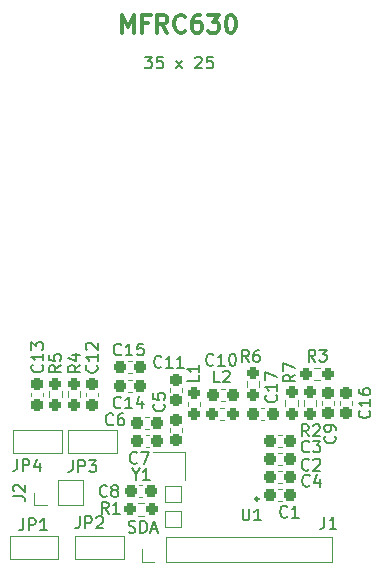
<source format=gto>
G04 #@! TF.GenerationSoftware,KiCad,Pcbnew,7.0.9*
G04 #@! TF.CreationDate,2024-04-03T14:29:21+02:00*
G04 #@! TF.ProjectId,NFC_Programmer,4e46435f-5072-46f6-9772-616d6d65722e,3.0*
G04 #@! TF.SameCoordinates,Original*
G04 #@! TF.FileFunction,Legend,Top*
G04 #@! TF.FilePolarity,Positive*
%FSLAX46Y46*%
G04 Gerber Fmt 4.6, Leading zero omitted, Abs format (unit mm)*
G04 Created by KiCad (PCBNEW 7.0.9) date 2024-04-03 14:29:21*
%MOMM*%
%LPD*%
G01*
G04 APERTURE LIST*
G04 Aperture macros list*
%AMRoundRect*
0 Rectangle with rounded corners*
0 $1 Rounding radius*
0 $2 $3 $4 $5 $6 $7 $8 $9 X,Y pos of 4 corners*
0 Add a 4 corners polygon primitive as box body*
4,1,4,$2,$3,$4,$5,$6,$7,$8,$9,$2,$3,0*
0 Add four circle primitives for the rounded corners*
1,1,$1+$1,$2,$3*
1,1,$1+$1,$4,$5*
1,1,$1+$1,$6,$7*
1,1,$1+$1,$8,$9*
0 Add four rect primitives between the rounded corners*
20,1,$1+$1,$2,$3,$4,$5,0*
20,1,$1+$1,$4,$5,$6,$7,0*
20,1,$1+$1,$6,$7,$8,$9,0*
20,1,$1+$1,$8,$9,$2,$3,0*%
G04 Aperture macros list end*
%ADD10C,0.153000*%
%ADD11C,0.300000*%
%ADD12C,0.120000*%
%ADD13C,0.250000*%
%ADD14RoundRect,0.237500X-0.237500X0.250000X-0.237500X-0.250000X0.237500X-0.250000X0.237500X0.250000X0*%
%ADD15RoundRect,0.237500X0.300000X0.237500X-0.300000X0.237500X-0.300000X-0.237500X0.300000X-0.237500X0*%
%ADD16RoundRect,0.237500X0.237500X-0.250000X0.237500X0.250000X-0.237500X0.250000X-0.237500X-0.250000X0*%
%ADD17R,1.000000X1.500000*%
%ADD18C,3.000000*%
%ADD19R,1.350000X1.350000*%
%ADD20O,1.350000X1.350000*%
%ADD21R,1.000000X1.000000*%
%ADD22RoundRect,0.237500X0.237500X-0.287500X0.237500X0.287500X-0.237500X0.287500X-0.237500X-0.287500X0*%
%ADD23R,0.900000X0.800000*%
%ADD24RoundRect,0.237500X0.237500X-0.300000X0.237500X0.300000X-0.237500X0.300000X-0.237500X-0.300000X0*%
%ADD25RoundRect,0.237500X-0.237500X0.300000X-0.237500X-0.300000X0.237500X-0.300000X0.237500X0.300000X0*%
%ADD26R,0.850000X0.300000*%
%ADD27R,0.300000X0.850000*%
%ADD28R,3.250000X3.250000*%
%ADD29RoundRect,0.237500X-0.300000X-0.237500X0.300000X-0.237500X0.300000X0.237500X-0.300000X0.237500X0*%
%ADD30RoundRect,0.237500X-0.250000X-0.237500X0.250000X-0.237500X0.250000X0.237500X-0.250000X0.237500X0*%
%ADD31RoundRect,0.237500X-0.287500X-0.237500X0.287500X-0.237500X0.287500X0.237500X-0.287500X0.237500X0*%
%ADD32RoundRect,0.237500X0.250000X0.237500X-0.250000X0.237500X-0.250000X-0.237500X0.250000X-0.237500X0*%
G04 APERTURE END LIST*
D10*
X136843514Y-66119663D02*
X137462561Y-66119663D01*
X137462561Y-66119663D02*
X137129228Y-66500615D01*
X137129228Y-66500615D02*
X137272085Y-66500615D01*
X137272085Y-66500615D02*
X137367323Y-66548234D01*
X137367323Y-66548234D02*
X137414942Y-66595853D01*
X137414942Y-66595853D02*
X137462561Y-66691091D01*
X137462561Y-66691091D02*
X137462561Y-66929186D01*
X137462561Y-66929186D02*
X137414942Y-67024424D01*
X137414942Y-67024424D02*
X137367323Y-67072044D01*
X137367323Y-67072044D02*
X137272085Y-67119663D01*
X137272085Y-67119663D02*
X136986371Y-67119663D01*
X136986371Y-67119663D02*
X136891133Y-67072044D01*
X136891133Y-67072044D02*
X136843514Y-67024424D01*
X138367323Y-66119663D02*
X137891133Y-66119663D01*
X137891133Y-66119663D02*
X137843514Y-66595853D01*
X137843514Y-66595853D02*
X137891133Y-66548234D01*
X137891133Y-66548234D02*
X137986371Y-66500615D01*
X137986371Y-66500615D02*
X138224466Y-66500615D01*
X138224466Y-66500615D02*
X138319704Y-66548234D01*
X138319704Y-66548234D02*
X138367323Y-66595853D01*
X138367323Y-66595853D02*
X138414942Y-66691091D01*
X138414942Y-66691091D02*
X138414942Y-66929186D01*
X138414942Y-66929186D02*
X138367323Y-67024424D01*
X138367323Y-67024424D02*
X138319704Y-67072044D01*
X138319704Y-67072044D02*
X138224466Y-67119663D01*
X138224466Y-67119663D02*
X137986371Y-67119663D01*
X137986371Y-67119663D02*
X137891133Y-67072044D01*
X137891133Y-67072044D02*
X137843514Y-67024424D01*
X139510181Y-67119663D02*
X140033990Y-66452996D01*
X139510181Y-66452996D02*
X140033990Y-67119663D01*
X141129229Y-66214901D02*
X141176848Y-66167282D01*
X141176848Y-66167282D02*
X141272086Y-66119663D01*
X141272086Y-66119663D02*
X141510181Y-66119663D01*
X141510181Y-66119663D02*
X141605419Y-66167282D01*
X141605419Y-66167282D02*
X141653038Y-66214901D01*
X141653038Y-66214901D02*
X141700657Y-66310139D01*
X141700657Y-66310139D02*
X141700657Y-66405377D01*
X141700657Y-66405377D02*
X141653038Y-66548234D01*
X141653038Y-66548234D02*
X141081610Y-67119663D01*
X141081610Y-67119663D02*
X141700657Y-67119663D01*
X142605419Y-66119663D02*
X142129229Y-66119663D01*
X142129229Y-66119663D02*
X142081610Y-66595853D01*
X142081610Y-66595853D02*
X142129229Y-66548234D01*
X142129229Y-66548234D02*
X142224467Y-66500615D01*
X142224467Y-66500615D02*
X142462562Y-66500615D01*
X142462562Y-66500615D02*
X142557800Y-66548234D01*
X142557800Y-66548234D02*
X142605419Y-66595853D01*
X142605419Y-66595853D02*
X142653038Y-66691091D01*
X142653038Y-66691091D02*
X142653038Y-66929186D01*
X142653038Y-66929186D02*
X142605419Y-67024424D01*
X142605419Y-67024424D02*
X142557800Y-67072044D01*
X142557800Y-67072044D02*
X142462562Y-67119663D01*
X142462562Y-67119663D02*
X142224467Y-67119663D01*
X142224467Y-67119663D02*
X142129229Y-67072044D01*
X142129229Y-67072044D02*
X142081610Y-67024424D01*
D11*
X134914510Y-64080828D02*
X134914510Y-62580828D01*
X134914510Y-62580828D02*
X135414510Y-63652257D01*
X135414510Y-63652257D02*
X135914510Y-62580828D01*
X135914510Y-62580828D02*
X135914510Y-64080828D01*
X137128796Y-63295114D02*
X136628796Y-63295114D01*
X136628796Y-64080828D02*
X136628796Y-62580828D01*
X136628796Y-62580828D02*
X137343082Y-62580828D01*
X138771653Y-64080828D02*
X138271653Y-63366542D01*
X137914510Y-64080828D02*
X137914510Y-62580828D01*
X137914510Y-62580828D02*
X138485939Y-62580828D01*
X138485939Y-62580828D02*
X138628796Y-62652257D01*
X138628796Y-62652257D02*
X138700225Y-62723685D01*
X138700225Y-62723685D02*
X138771653Y-62866542D01*
X138771653Y-62866542D02*
X138771653Y-63080828D01*
X138771653Y-63080828D02*
X138700225Y-63223685D01*
X138700225Y-63223685D02*
X138628796Y-63295114D01*
X138628796Y-63295114D02*
X138485939Y-63366542D01*
X138485939Y-63366542D02*
X137914510Y-63366542D01*
X140271653Y-63937971D02*
X140200225Y-64009400D01*
X140200225Y-64009400D02*
X139985939Y-64080828D01*
X139985939Y-64080828D02*
X139843082Y-64080828D01*
X139843082Y-64080828D02*
X139628796Y-64009400D01*
X139628796Y-64009400D02*
X139485939Y-63866542D01*
X139485939Y-63866542D02*
X139414510Y-63723685D01*
X139414510Y-63723685D02*
X139343082Y-63437971D01*
X139343082Y-63437971D02*
X139343082Y-63223685D01*
X139343082Y-63223685D02*
X139414510Y-62937971D01*
X139414510Y-62937971D02*
X139485939Y-62795114D01*
X139485939Y-62795114D02*
X139628796Y-62652257D01*
X139628796Y-62652257D02*
X139843082Y-62580828D01*
X139843082Y-62580828D02*
X139985939Y-62580828D01*
X139985939Y-62580828D02*
X140200225Y-62652257D01*
X140200225Y-62652257D02*
X140271653Y-62723685D01*
X141557368Y-62580828D02*
X141271653Y-62580828D01*
X141271653Y-62580828D02*
X141128796Y-62652257D01*
X141128796Y-62652257D02*
X141057368Y-62723685D01*
X141057368Y-62723685D02*
X140914510Y-62937971D01*
X140914510Y-62937971D02*
X140843082Y-63223685D01*
X140843082Y-63223685D02*
X140843082Y-63795114D01*
X140843082Y-63795114D02*
X140914510Y-63937971D01*
X140914510Y-63937971D02*
X140985939Y-64009400D01*
X140985939Y-64009400D02*
X141128796Y-64080828D01*
X141128796Y-64080828D02*
X141414510Y-64080828D01*
X141414510Y-64080828D02*
X141557368Y-64009400D01*
X141557368Y-64009400D02*
X141628796Y-63937971D01*
X141628796Y-63937971D02*
X141700225Y-63795114D01*
X141700225Y-63795114D02*
X141700225Y-63437971D01*
X141700225Y-63437971D02*
X141628796Y-63295114D01*
X141628796Y-63295114D02*
X141557368Y-63223685D01*
X141557368Y-63223685D02*
X141414510Y-63152257D01*
X141414510Y-63152257D02*
X141128796Y-63152257D01*
X141128796Y-63152257D02*
X140985939Y-63223685D01*
X140985939Y-63223685D02*
X140914510Y-63295114D01*
X140914510Y-63295114D02*
X140843082Y-63437971D01*
X142200224Y-62580828D02*
X143128796Y-62580828D01*
X143128796Y-62580828D02*
X142628796Y-63152257D01*
X142628796Y-63152257D02*
X142843081Y-63152257D01*
X142843081Y-63152257D02*
X142985939Y-63223685D01*
X142985939Y-63223685D02*
X143057367Y-63295114D01*
X143057367Y-63295114D02*
X143128796Y-63437971D01*
X143128796Y-63437971D02*
X143128796Y-63795114D01*
X143128796Y-63795114D02*
X143057367Y-63937971D01*
X143057367Y-63937971D02*
X142985939Y-64009400D01*
X142985939Y-64009400D02*
X142843081Y-64080828D01*
X142843081Y-64080828D02*
X142414510Y-64080828D01*
X142414510Y-64080828D02*
X142271653Y-64009400D01*
X142271653Y-64009400D02*
X142200224Y-63937971D01*
X144057367Y-62580828D02*
X144200224Y-62580828D01*
X144200224Y-62580828D02*
X144343081Y-62652257D01*
X144343081Y-62652257D02*
X144414510Y-62723685D01*
X144414510Y-62723685D02*
X144485938Y-62866542D01*
X144485938Y-62866542D02*
X144557367Y-63152257D01*
X144557367Y-63152257D02*
X144557367Y-63509400D01*
X144557367Y-63509400D02*
X144485938Y-63795114D01*
X144485938Y-63795114D02*
X144414510Y-63937971D01*
X144414510Y-63937971D02*
X144343081Y-64009400D01*
X144343081Y-64009400D02*
X144200224Y-64080828D01*
X144200224Y-64080828D02*
X144057367Y-64080828D01*
X144057367Y-64080828D02*
X143914510Y-64009400D01*
X143914510Y-64009400D02*
X143843081Y-63937971D01*
X143843081Y-63937971D02*
X143771652Y-63795114D01*
X143771652Y-63795114D02*
X143700224Y-63509400D01*
X143700224Y-63509400D02*
X143700224Y-63152257D01*
X143700224Y-63152257D02*
X143771652Y-62866542D01*
X143771652Y-62866542D02*
X143843081Y-62723685D01*
X143843081Y-62723685D02*
X143914510Y-62652257D01*
X143914510Y-62652257D02*
X144057367Y-62580828D01*
D10*
X150728333Y-98264663D02*
X150395000Y-97788472D01*
X150156905Y-98264663D02*
X150156905Y-97264663D01*
X150156905Y-97264663D02*
X150537857Y-97264663D01*
X150537857Y-97264663D02*
X150633095Y-97312282D01*
X150633095Y-97312282D02*
X150680714Y-97359901D01*
X150680714Y-97359901D02*
X150728333Y-97455139D01*
X150728333Y-97455139D02*
X150728333Y-97597996D01*
X150728333Y-97597996D02*
X150680714Y-97693234D01*
X150680714Y-97693234D02*
X150633095Y-97740853D01*
X150633095Y-97740853D02*
X150537857Y-97788472D01*
X150537857Y-97788472D02*
X150156905Y-97788472D01*
X151109286Y-97359901D02*
X151156905Y-97312282D01*
X151156905Y-97312282D02*
X151252143Y-97264663D01*
X151252143Y-97264663D02*
X151490238Y-97264663D01*
X151490238Y-97264663D02*
X151585476Y-97312282D01*
X151585476Y-97312282D02*
X151633095Y-97359901D01*
X151633095Y-97359901D02*
X151680714Y-97455139D01*
X151680714Y-97455139D02*
X151680714Y-97550377D01*
X151680714Y-97550377D02*
X151633095Y-97693234D01*
X151633095Y-97693234D02*
X151061667Y-98264663D01*
X151061667Y-98264663D02*
X151680714Y-98264663D01*
X147963674Y-94782857D02*
X148011294Y-94830476D01*
X148011294Y-94830476D02*
X148058913Y-94973333D01*
X148058913Y-94973333D02*
X148058913Y-95068571D01*
X148058913Y-95068571D02*
X148011294Y-95211428D01*
X148011294Y-95211428D02*
X147916055Y-95306666D01*
X147916055Y-95306666D02*
X147820817Y-95354285D01*
X147820817Y-95354285D02*
X147630341Y-95401904D01*
X147630341Y-95401904D02*
X147487484Y-95401904D01*
X147487484Y-95401904D02*
X147297008Y-95354285D01*
X147297008Y-95354285D02*
X147201770Y-95306666D01*
X147201770Y-95306666D02*
X147106532Y-95211428D01*
X147106532Y-95211428D02*
X147058913Y-95068571D01*
X147058913Y-95068571D02*
X147058913Y-94973333D01*
X147058913Y-94973333D02*
X147106532Y-94830476D01*
X147106532Y-94830476D02*
X147154151Y-94782857D01*
X148058913Y-93830476D02*
X148058913Y-94401904D01*
X148058913Y-94116190D02*
X147058913Y-94116190D01*
X147058913Y-94116190D02*
X147201770Y-94211428D01*
X147201770Y-94211428D02*
X147297008Y-94306666D01*
X147297008Y-94306666D02*
X147344627Y-94401904D01*
X147058913Y-93497142D02*
X147058913Y-92830476D01*
X147058913Y-92830476D02*
X148058913Y-93259047D01*
X145657583Y-91974663D02*
X145324250Y-91498472D01*
X145086155Y-91974663D02*
X145086155Y-90974663D01*
X145086155Y-90974663D02*
X145467107Y-90974663D01*
X145467107Y-90974663D02*
X145562345Y-91022282D01*
X145562345Y-91022282D02*
X145609964Y-91069901D01*
X145609964Y-91069901D02*
X145657583Y-91165139D01*
X145657583Y-91165139D02*
X145657583Y-91307996D01*
X145657583Y-91307996D02*
X145609964Y-91403234D01*
X145609964Y-91403234D02*
X145562345Y-91450853D01*
X145562345Y-91450853D02*
X145467107Y-91498472D01*
X145467107Y-91498472D02*
X145086155Y-91498472D01*
X146514726Y-90974663D02*
X146324250Y-90974663D01*
X146324250Y-90974663D02*
X146229012Y-91022282D01*
X146229012Y-91022282D02*
X146181393Y-91069901D01*
X146181393Y-91069901D02*
X146086155Y-91212758D01*
X146086155Y-91212758D02*
X146038536Y-91403234D01*
X146038536Y-91403234D02*
X146038536Y-91784186D01*
X146038536Y-91784186D02*
X146086155Y-91879424D01*
X146086155Y-91879424D02*
X146133774Y-91927044D01*
X146133774Y-91927044D02*
X146229012Y-91974663D01*
X146229012Y-91974663D02*
X146419488Y-91974663D01*
X146419488Y-91974663D02*
X146514726Y-91927044D01*
X146514726Y-91927044D02*
X146562345Y-91879424D01*
X146562345Y-91879424D02*
X146609964Y-91784186D01*
X146609964Y-91784186D02*
X146609964Y-91546091D01*
X146609964Y-91546091D02*
X146562345Y-91450853D01*
X146562345Y-91450853D02*
X146514726Y-91403234D01*
X146514726Y-91403234D02*
X146419488Y-91355615D01*
X146419488Y-91355615D02*
X146229012Y-91355615D01*
X146229012Y-91355615D02*
X146133774Y-91403234D01*
X146133774Y-91403234D02*
X146086155Y-91450853D01*
X146086155Y-91450853D02*
X146038536Y-91546091D01*
X130751666Y-100284663D02*
X130751666Y-100998948D01*
X130751666Y-100998948D02*
X130704047Y-101141805D01*
X130704047Y-101141805D02*
X130608809Y-101237044D01*
X130608809Y-101237044D02*
X130465952Y-101284663D01*
X130465952Y-101284663D02*
X130370714Y-101284663D01*
X131227857Y-101284663D02*
X131227857Y-100284663D01*
X131227857Y-100284663D02*
X131608809Y-100284663D01*
X131608809Y-100284663D02*
X131704047Y-100332282D01*
X131704047Y-100332282D02*
X131751666Y-100379901D01*
X131751666Y-100379901D02*
X131799285Y-100475139D01*
X131799285Y-100475139D02*
X131799285Y-100617996D01*
X131799285Y-100617996D02*
X131751666Y-100713234D01*
X131751666Y-100713234D02*
X131704047Y-100760853D01*
X131704047Y-100760853D02*
X131608809Y-100808472D01*
X131608809Y-100808472D02*
X131227857Y-100808472D01*
X132132619Y-100284663D02*
X132751666Y-100284663D01*
X132751666Y-100284663D02*
X132418333Y-100665615D01*
X132418333Y-100665615D02*
X132561190Y-100665615D01*
X132561190Y-100665615D02*
X132656428Y-100713234D01*
X132656428Y-100713234D02*
X132704047Y-100760853D01*
X132704047Y-100760853D02*
X132751666Y-100856091D01*
X132751666Y-100856091D02*
X132751666Y-101094186D01*
X132751666Y-101094186D02*
X132704047Y-101189424D01*
X132704047Y-101189424D02*
X132656428Y-101237044D01*
X132656428Y-101237044D02*
X132561190Y-101284663D01*
X132561190Y-101284663D02*
X132275476Y-101284663D01*
X132275476Y-101284663D02*
X132180238Y-101237044D01*
X132180238Y-101237044D02*
X132132619Y-101189424D01*
X134173333Y-97239424D02*
X134125714Y-97287044D01*
X134125714Y-97287044D02*
X133982857Y-97334663D01*
X133982857Y-97334663D02*
X133887619Y-97334663D01*
X133887619Y-97334663D02*
X133744762Y-97287044D01*
X133744762Y-97287044D02*
X133649524Y-97191805D01*
X133649524Y-97191805D02*
X133601905Y-97096567D01*
X133601905Y-97096567D02*
X133554286Y-96906091D01*
X133554286Y-96906091D02*
X133554286Y-96763234D01*
X133554286Y-96763234D02*
X133601905Y-96572758D01*
X133601905Y-96572758D02*
X133649524Y-96477520D01*
X133649524Y-96477520D02*
X133744762Y-96382282D01*
X133744762Y-96382282D02*
X133887619Y-96334663D01*
X133887619Y-96334663D02*
X133982857Y-96334663D01*
X133982857Y-96334663D02*
X134125714Y-96382282D01*
X134125714Y-96382282D02*
X134173333Y-96429901D01*
X135030476Y-96334663D02*
X134840000Y-96334663D01*
X134840000Y-96334663D02*
X134744762Y-96382282D01*
X134744762Y-96382282D02*
X134697143Y-96429901D01*
X134697143Y-96429901D02*
X134601905Y-96572758D01*
X134601905Y-96572758D02*
X134554286Y-96763234D01*
X134554286Y-96763234D02*
X134554286Y-97144186D01*
X134554286Y-97144186D02*
X134601905Y-97239424D01*
X134601905Y-97239424D02*
X134649524Y-97287044D01*
X134649524Y-97287044D02*
X134744762Y-97334663D01*
X134744762Y-97334663D02*
X134935238Y-97334663D01*
X134935238Y-97334663D02*
X135030476Y-97287044D01*
X135030476Y-97287044D02*
X135078095Y-97239424D01*
X135078095Y-97239424D02*
X135125714Y-97144186D01*
X135125714Y-97144186D02*
X135125714Y-96906091D01*
X135125714Y-96906091D02*
X135078095Y-96810853D01*
X135078095Y-96810853D02*
X135030476Y-96763234D01*
X135030476Y-96763234D02*
X134935238Y-96715615D01*
X134935238Y-96715615D02*
X134744762Y-96715615D01*
X134744762Y-96715615D02*
X134649524Y-96763234D01*
X134649524Y-96763234D02*
X134601905Y-96810853D01*
X134601905Y-96810853D02*
X134554286Y-96906091D01*
X125714663Y-103353333D02*
X126428948Y-103353333D01*
X126428948Y-103353333D02*
X126571805Y-103400952D01*
X126571805Y-103400952D02*
X126667044Y-103496190D01*
X126667044Y-103496190D02*
X126714663Y-103639047D01*
X126714663Y-103639047D02*
X126714663Y-103734285D01*
X125809901Y-102924761D02*
X125762282Y-102877142D01*
X125762282Y-102877142D02*
X125714663Y-102781904D01*
X125714663Y-102781904D02*
X125714663Y-102543809D01*
X125714663Y-102543809D02*
X125762282Y-102448571D01*
X125762282Y-102448571D02*
X125809901Y-102400952D01*
X125809901Y-102400952D02*
X125905139Y-102353333D01*
X125905139Y-102353333D02*
X126000377Y-102353333D01*
X126000377Y-102353333D02*
X126143234Y-102400952D01*
X126143234Y-102400952D02*
X126714663Y-102972380D01*
X126714663Y-102972380D02*
X126714663Y-102353333D01*
X135475714Y-106377044D02*
X135618571Y-106424663D01*
X135618571Y-106424663D02*
X135856666Y-106424663D01*
X135856666Y-106424663D02*
X135951904Y-106377044D01*
X135951904Y-106377044D02*
X135999523Y-106329424D01*
X135999523Y-106329424D02*
X136047142Y-106234186D01*
X136047142Y-106234186D02*
X136047142Y-106138948D01*
X136047142Y-106138948D02*
X135999523Y-106043710D01*
X135999523Y-106043710D02*
X135951904Y-105996091D01*
X135951904Y-105996091D02*
X135856666Y-105948472D01*
X135856666Y-105948472D02*
X135666190Y-105900853D01*
X135666190Y-105900853D02*
X135570952Y-105853234D01*
X135570952Y-105853234D02*
X135523333Y-105805615D01*
X135523333Y-105805615D02*
X135475714Y-105710377D01*
X135475714Y-105710377D02*
X135475714Y-105615139D01*
X135475714Y-105615139D02*
X135523333Y-105519901D01*
X135523333Y-105519901D02*
X135570952Y-105472282D01*
X135570952Y-105472282D02*
X135666190Y-105424663D01*
X135666190Y-105424663D02*
X135904285Y-105424663D01*
X135904285Y-105424663D02*
X136047142Y-105472282D01*
X136475714Y-106424663D02*
X136475714Y-105424663D01*
X136475714Y-105424663D02*
X136713809Y-105424663D01*
X136713809Y-105424663D02*
X136856666Y-105472282D01*
X136856666Y-105472282D02*
X136951904Y-105567520D01*
X136951904Y-105567520D02*
X136999523Y-105662758D01*
X136999523Y-105662758D02*
X137047142Y-105853234D01*
X137047142Y-105853234D02*
X137047142Y-105996091D01*
X137047142Y-105996091D02*
X136999523Y-106186567D01*
X136999523Y-106186567D02*
X136951904Y-106281805D01*
X136951904Y-106281805D02*
X136856666Y-106377044D01*
X136856666Y-106377044D02*
X136713809Y-106424663D01*
X136713809Y-106424663D02*
X136475714Y-106424663D01*
X137428095Y-106138948D02*
X137904285Y-106138948D01*
X137332857Y-106424663D02*
X137666190Y-105424663D01*
X137666190Y-105424663D02*
X137999523Y-106424663D01*
X141448913Y-93101666D02*
X141448913Y-93577856D01*
X141448913Y-93577856D02*
X140448913Y-93577856D01*
X141448913Y-92244523D02*
X141448913Y-92815951D01*
X141448913Y-92530237D02*
X140448913Y-92530237D01*
X140448913Y-92530237D02*
X140591770Y-92625475D01*
X140591770Y-92625475D02*
X140687008Y-92720713D01*
X140687008Y-92720713D02*
X140734627Y-92815951D01*
X134827142Y-95809424D02*
X134779523Y-95857044D01*
X134779523Y-95857044D02*
X134636666Y-95904663D01*
X134636666Y-95904663D02*
X134541428Y-95904663D01*
X134541428Y-95904663D02*
X134398571Y-95857044D01*
X134398571Y-95857044D02*
X134303333Y-95761805D01*
X134303333Y-95761805D02*
X134255714Y-95666567D01*
X134255714Y-95666567D02*
X134208095Y-95476091D01*
X134208095Y-95476091D02*
X134208095Y-95333234D01*
X134208095Y-95333234D02*
X134255714Y-95142758D01*
X134255714Y-95142758D02*
X134303333Y-95047520D01*
X134303333Y-95047520D02*
X134398571Y-94952282D01*
X134398571Y-94952282D02*
X134541428Y-94904663D01*
X134541428Y-94904663D02*
X134636666Y-94904663D01*
X134636666Y-94904663D02*
X134779523Y-94952282D01*
X134779523Y-94952282D02*
X134827142Y-94999901D01*
X135779523Y-95904663D02*
X135208095Y-95904663D01*
X135493809Y-95904663D02*
X135493809Y-94904663D01*
X135493809Y-94904663D02*
X135398571Y-95047520D01*
X135398571Y-95047520D02*
X135303333Y-95142758D01*
X135303333Y-95142758D02*
X135208095Y-95190377D01*
X136636666Y-95237996D02*
X136636666Y-95904663D01*
X136398571Y-94857044D02*
X136160476Y-95571329D01*
X136160476Y-95571329D02*
X136779523Y-95571329D01*
X136085559Y-101498472D02*
X136085559Y-101974663D01*
X135752226Y-100974663D02*
X136085559Y-101498472D01*
X136085559Y-101498472D02*
X136418892Y-100974663D01*
X137276035Y-101974663D02*
X136704607Y-101974663D01*
X136990321Y-101974663D02*
X136990321Y-100974663D01*
X136990321Y-100974663D02*
X136895083Y-101117520D01*
X136895083Y-101117520D02*
X136799845Y-101212758D01*
X136799845Y-101212758D02*
X136704607Y-101260377D01*
X138454424Y-95536666D02*
X138502044Y-95584285D01*
X138502044Y-95584285D02*
X138549663Y-95727142D01*
X138549663Y-95727142D02*
X138549663Y-95822380D01*
X138549663Y-95822380D02*
X138502044Y-95965237D01*
X138502044Y-95965237D02*
X138406805Y-96060475D01*
X138406805Y-96060475D02*
X138311567Y-96108094D01*
X138311567Y-96108094D02*
X138121091Y-96155713D01*
X138121091Y-96155713D02*
X137978234Y-96155713D01*
X137978234Y-96155713D02*
X137787758Y-96108094D01*
X137787758Y-96108094D02*
X137692520Y-96060475D01*
X137692520Y-96060475D02*
X137597282Y-95965237D01*
X137597282Y-95965237D02*
X137549663Y-95822380D01*
X137549663Y-95822380D02*
X137549663Y-95727142D01*
X137549663Y-95727142D02*
X137597282Y-95584285D01*
X137597282Y-95584285D02*
X137644901Y-95536666D01*
X137549663Y-94631904D02*
X137549663Y-95108094D01*
X137549663Y-95108094D02*
X138025853Y-95155713D01*
X138025853Y-95155713D02*
X137978234Y-95108094D01*
X137978234Y-95108094D02*
X137930615Y-95012856D01*
X137930615Y-95012856D02*
X137930615Y-94774761D01*
X137930615Y-94774761D02*
X137978234Y-94679523D01*
X137978234Y-94679523D02*
X138025853Y-94631904D01*
X138025853Y-94631904D02*
X138121091Y-94584285D01*
X138121091Y-94584285D02*
X138359186Y-94584285D01*
X138359186Y-94584285D02*
X138454424Y-94631904D01*
X138454424Y-94631904D02*
X138502044Y-94679523D01*
X138502044Y-94679523D02*
X138549663Y-94774761D01*
X138549663Y-94774761D02*
X138549663Y-95012856D01*
X138549663Y-95012856D02*
X138502044Y-95108094D01*
X138502044Y-95108094D02*
X138454424Y-95155713D01*
X138251392Y-92359424D02*
X138203773Y-92407044D01*
X138203773Y-92407044D02*
X138060916Y-92454663D01*
X138060916Y-92454663D02*
X137965678Y-92454663D01*
X137965678Y-92454663D02*
X137822821Y-92407044D01*
X137822821Y-92407044D02*
X137727583Y-92311805D01*
X137727583Y-92311805D02*
X137679964Y-92216567D01*
X137679964Y-92216567D02*
X137632345Y-92026091D01*
X137632345Y-92026091D02*
X137632345Y-91883234D01*
X137632345Y-91883234D02*
X137679964Y-91692758D01*
X137679964Y-91692758D02*
X137727583Y-91597520D01*
X137727583Y-91597520D02*
X137822821Y-91502282D01*
X137822821Y-91502282D02*
X137965678Y-91454663D01*
X137965678Y-91454663D02*
X138060916Y-91454663D01*
X138060916Y-91454663D02*
X138203773Y-91502282D01*
X138203773Y-91502282D02*
X138251392Y-91549901D01*
X139203773Y-92454663D02*
X138632345Y-92454663D01*
X138918059Y-92454663D02*
X138918059Y-91454663D01*
X138918059Y-91454663D02*
X138822821Y-91597520D01*
X138822821Y-91597520D02*
X138727583Y-91692758D01*
X138727583Y-91692758D02*
X138632345Y-91740377D01*
X140156154Y-92454663D02*
X139584726Y-92454663D01*
X139870440Y-92454663D02*
X139870440Y-91454663D01*
X139870440Y-91454663D02*
X139775202Y-91597520D01*
X139775202Y-91597520D02*
X139679964Y-91692758D01*
X139679964Y-91692758D02*
X139584726Y-91740377D01*
X145128095Y-104384663D02*
X145128095Y-105194186D01*
X145128095Y-105194186D02*
X145175714Y-105289424D01*
X145175714Y-105289424D02*
X145223333Y-105337044D01*
X145223333Y-105337044D02*
X145318571Y-105384663D01*
X145318571Y-105384663D02*
X145509047Y-105384663D01*
X145509047Y-105384663D02*
X145604285Y-105337044D01*
X145604285Y-105337044D02*
X145651904Y-105289424D01*
X145651904Y-105289424D02*
X145699523Y-105194186D01*
X145699523Y-105194186D02*
X145699523Y-104384663D01*
X146699523Y-105384663D02*
X146128095Y-105384663D01*
X146413809Y-105384663D02*
X146413809Y-104384663D01*
X146413809Y-104384663D02*
X146318571Y-104527520D01*
X146318571Y-104527520D02*
X146223333Y-104622758D01*
X146223333Y-104622758D02*
X146128095Y-104670377D01*
X152066666Y-105074663D02*
X152066666Y-105788948D01*
X152066666Y-105788948D02*
X152019047Y-105931805D01*
X152019047Y-105931805D02*
X151923809Y-106027044D01*
X151923809Y-106027044D02*
X151780952Y-106074663D01*
X151780952Y-106074663D02*
X151685714Y-106074663D01*
X153066666Y-106074663D02*
X152495238Y-106074663D01*
X152780952Y-106074663D02*
X152780952Y-105074663D01*
X152780952Y-105074663D02*
X152685714Y-105217520D01*
X152685714Y-105217520D02*
X152590476Y-105312758D01*
X152590476Y-105312758D02*
X152495238Y-105360377D01*
X131389663Y-92229166D02*
X130913472Y-92562499D01*
X131389663Y-92800594D02*
X130389663Y-92800594D01*
X130389663Y-92800594D02*
X130389663Y-92419642D01*
X130389663Y-92419642D02*
X130437282Y-92324404D01*
X130437282Y-92324404D02*
X130484901Y-92276785D01*
X130484901Y-92276785D02*
X130580139Y-92229166D01*
X130580139Y-92229166D02*
X130722996Y-92229166D01*
X130722996Y-92229166D02*
X130818234Y-92276785D01*
X130818234Y-92276785D02*
X130865853Y-92324404D01*
X130865853Y-92324404D02*
X130913472Y-92419642D01*
X130913472Y-92419642D02*
X130913472Y-92800594D01*
X130722996Y-91372023D02*
X131389663Y-91372023D01*
X130342044Y-91610118D02*
X131056329Y-91848213D01*
X131056329Y-91848213D02*
X131056329Y-91229166D01*
X152944424Y-98246666D02*
X152992044Y-98294285D01*
X152992044Y-98294285D02*
X153039663Y-98437142D01*
X153039663Y-98437142D02*
X153039663Y-98532380D01*
X153039663Y-98532380D02*
X152992044Y-98675237D01*
X152992044Y-98675237D02*
X152896805Y-98770475D01*
X152896805Y-98770475D02*
X152801567Y-98818094D01*
X152801567Y-98818094D02*
X152611091Y-98865713D01*
X152611091Y-98865713D02*
X152468234Y-98865713D01*
X152468234Y-98865713D02*
X152277758Y-98818094D01*
X152277758Y-98818094D02*
X152182520Y-98770475D01*
X152182520Y-98770475D02*
X152087282Y-98675237D01*
X152087282Y-98675237D02*
X152039663Y-98532380D01*
X152039663Y-98532380D02*
X152039663Y-98437142D01*
X152039663Y-98437142D02*
X152087282Y-98294285D01*
X152087282Y-98294285D02*
X152134901Y-98246666D01*
X153039663Y-97770475D02*
X153039663Y-97579999D01*
X153039663Y-97579999D02*
X152992044Y-97484761D01*
X152992044Y-97484761D02*
X152944424Y-97437142D01*
X152944424Y-97437142D02*
X152801567Y-97341904D01*
X152801567Y-97341904D02*
X152611091Y-97294285D01*
X152611091Y-97294285D02*
X152230139Y-97294285D01*
X152230139Y-97294285D02*
X152134901Y-97341904D01*
X152134901Y-97341904D02*
X152087282Y-97389523D01*
X152087282Y-97389523D02*
X152039663Y-97484761D01*
X152039663Y-97484761D02*
X152039663Y-97675237D01*
X152039663Y-97675237D02*
X152087282Y-97770475D01*
X152087282Y-97770475D02*
X152134901Y-97818094D01*
X152134901Y-97818094D02*
X152230139Y-97865713D01*
X152230139Y-97865713D02*
X152468234Y-97865713D01*
X152468234Y-97865713D02*
X152563472Y-97818094D01*
X152563472Y-97818094D02*
X152611091Y-97770475D01*
X152611091Y-97770475D02*
X152658710Y-97675237D01*
X152658710Y-97675237D02*
X152658710Y-97484761D01*
X152658710Y-97484761D02*
X152611091Y-97389523D01*
X152611091Y-97389523D02*
X152563472Y-97341904D01*
X152563472Y-97341904D02*
X152468234Y-97294285D01*
X134857142Y-91319424D02*
X134809523Y-91367044D01*
X134809523Y-91367044D02*
X134666666Y-91414663D01*
X134666666Y-91414663D02*
X134571428Y-91414663D01*
X134571428Y-91414663D02*
X134428571Y-91367044D01*
X134428571Y-91367044D02*
X134333333Y-91271805D01*
X134333333Y-91271805D02*
X134285714Y-91176567D01*
X134285714Y-91176567D02*
X134238095Y-90986091D01*
X134238095Y-90986091D02*
X134238095Y-90843234D01*
X134238095Y-90843234D02*
X134285714Y-90652758D01*
X134285714Y-90652758D02*
X134333333Y-90557520D01*
X134333333Y-90557520D02*
X134428571Y-90462282D01*
X134428571Y-90462282D02*
X134571428Y-90414663D01*
X134571428Y-90414663D02*
X134666666Y-90414663D01*
X134666666Y-90414663D02*
X134809523Y-90462282D01*
X134809523Y-90462282D02*
X134857142Y-90509901D01*
X135809523Y-91414663D02*
X135238095Y-91414663D01*
X135523809Y-91414663D02*
X135523809Y-90414663D01*
X135523809Y-90414663D02*
X135428571Y-90557520D01*
X135428571Y-90557520D02*
X135333333Y-90652758D01*
X135333333Y-90652758D02*
X135238095Y-90700377D01*
X136714285Y-90414663D02*
X136238095Y-90414663D01*
X136238095Y-90414663D02*
X136190476Y-90890853D01*
X136190476Y-90890853D02*
X136238095Y-90843234D01*
X136238095Y-90843234D02*
X136333333Y-90795615D01*
X136333333Y-90795615D02*
X136571428Y-90795615D01*
X136571428Y-90795615D02*
X136666666Y-90843234D01*
X136666666Y-90843234D02*
X136714285Y-90890853D01*
X136714285Y-90890853D02*
X136761904Y-90986091D01*
X136761904Y-90986091D02*
X136761904Y-91224186D01*
X136761904Y-91224186D02*
X136714285Y-91319424D01*
X136714285Y-91319424D02*
X136666666Y-91367044D01*
X136666666Y-91367044D02*
X136571428Y-91414663D01*
X136571428Y-91414663D02*
X136333333Y-91414663D01*
X136333333Y-91414663D02*
X136238095Y-91367044D01*
X136238095Y-91367044D02*
X136190476Y-91319424D01*
X150773333Y-99539424D02*
X150725714Y-99587044D01*
X150725714Y-99587044D02*
X150582857Y-99634663D01*
X150582857Y-99634663D02*
X150487619Y-99634663D01*
X150487619Y-99634663D02*
X150344762Y-99587044D01*
X150344762Y-99587044D02*
X150249524Y-99491805D01*
X150249524Y-99491805D02*
X150201905Y-99396567D01*
X150201905Y-99396567D02*
X150154286Y-99206091D01*
X150154286Y-99206091D02*
X150154286Y-99063234D01*
X150154286Y-99063234D02*
X150201905Y-98872758D01*
X150201905Y-98872758D02*
X150249524Y-98777520D01*
X150249524Y-98777520D02*
X150344762Y-98682282D01*
X150344762Y-98682282D02*
X150487619Y-98634663D01*
X150487619Y-98634663D02*
X150582857Y-98634663D01*
X150582857Y-98634663D02*
X150725714Y-98682282D01*
X150725714Y-98682282D02*
X150773333Y-98729901D01*
X151106667Y-98634663D02*
X151725714Y-98634663D01*
X151725714Y-98634663D02*
X151392381Y-99015615D01*
X151392381Y-99015615D02*
X151535238Y-99015615D01*
X151535238Y-99015615D02*
X151630476Y-99063234D01*
X151630476Y-99063234D02*
X151678095Y-99110853D01*
X151678095Y-99110853D02*
X151725714Y-99206091D01*
X151725714Y-99206091D02*
X151725714Y-99444186D01*
X151725714Y-99444186D02*
X151678095Y-99539424D01*
X151678095Y-99539424D02*
X151630476Y-99587044D01*
X151630476Y-99587044D02*
X151535238Y-99634663D01*
X151535238Y-99634663D02*
X151249524Y-99634663D01*
X151249524Y-99634663D02*
X151154286Y-99587044D01*
X151154286Y-99587044D02*
X151106667Y-99539424D01*
X150753333Y-101069424D02*
X150705714Y-101117044D01*
X150705714Y-101117044D02*
X150562857Y-101164663D01*
X150562857Y-101164663D02*
X150467619Y-101164663D01*
X150467619Y-101164663D02*
X150324762Y-101117044D01*
X150324762Y-101117044D02*
X150229524Y-101021805D01*
X150229524Y-101021805D02*
X150181905Y-100926567D01*
X150181905Y-100926567D02*
X150134286Y-100736091D01*
X150134286Y-100736091D02*
X150134286Y-100593234D01*
X150134286Y-100593234D02*
X150181905Y-100402758D01*
X150181905Y-100402758D02*
X150229524Y-100307520D01*
X150229524Y-100307520D02*
X150324762Y-100212282D01*
X150324762Y-100212282D02*
X150467619Y-100164663D01*
X150467619Y-100164663D02*
X150562857Y-100164663D01*
X150562857Y-100164663D02*
X150705714Y-100212282D01*
X150705714Y-100212282D02*
X150753333Y-100259901D01*
X151134286Y-100259901D02*
X151181905Y-100212282D01*
X151181905Y-100212282D02*
X151277143Y-100164663D01*
X151277143Y-100164663D02*
X151515238Y-100164663D01*
X151515238Y-100164663D02*
X151610476Y-100212282D01*
X151610476Y-100212282D02*
X151658095Y-100259901D01*
X151658095Y-100259901D02*
X151705714Y-100355139D01*
X151705714Y-100355139D02*
X151705714Y-100450377D01*
X151705714Y-100450377D02*
X151658095Y-100593234D01*
X151658095Y-100593234D02*
X151086667Y-101164663D01*
X151086667Y-101164663D02*
X151705714Y-101164663D01*
X149589663Y-93036666D02*
X149113472Y-93369999D01*
X149589663Y-93608094D02*
X148589663Y-93608094D01*
X148589663Y-93608094D02*
X148589663Y-93227142D01*
X148589663Y-93227142D02*
X148637282Y-93131904D01*
X148637282Y-93131904D02*
X148684901Y-93084285D01*
X148684901Y-93084285D02*
X148780139Y-93036666D01*
X148780139Y-93036666D02*
X148922996Y-93036666D01*
X148922996Y-93036666D02*
X149018234Y-93084285D01*
X149018234Y-93084285D02*
X149065853Y-93131904D01*
X149065853Y-93131904D02*
X149113472Y-93227142D01*
X149113472Y-93227142D02*
X149113472Y-93608094D01*
X148589663Y-92703332D02*
X148589663Y-92036666D01*
X148589663Y-92036666D02*
X149589663Y-92465237D01*
X155854424Y-96082857D02*
X155902044Y-96130476D01*
X155902044Y-96130476D02*
X155949663Y-96273333D01*
X155949663Y-96273333D02*
X155949663Y-96368571D01*
X155949663Y-96368571D02*
X155902044Y-96511428D01*
X155902044Y-96511428D02*
X155806805Y-96606666D01*
X155806805Y-96606666D02*
X155711567Y-96654285D01*
X155711567Y-96654285D02*
X155521091Y-96701904D01*
X155521091Y-96701904D02*
X155378234Y-96701904D01*
X155378234Y-96701904D02*
X155187758Y-96654285D01*
X155187758Y-96654285D02*
X155092520Y-96606666D01*
X155092520Y-96606666D02*
X154997282Y-96511428D01*
X154997282Y-96511428D02*
X154949663Y-96368571D01*
X154949663Y-96368571D02*
X154949663Y-96273333D01*
X154949663Y-96273333D02*
X154997282Y-96130476D01*
X154997282Y-96130476D02*
X155044901Y-96082857D01*
X155949663Y-95130476D02*
X155949663Y-95701904D01*
X155949663Y-95416190D02*
X154949663Y-95416190D01*
X154949663Y-95416190D02*
X155092520Y-95511428D01*
X155092520Y-95511428D02*
X155187758Y-95606666D01*
X155187758Y-95606666D02*
X155235377Y-95701904D01*
X154949663Y-94273333D02*
X154949663Y-94463809D01*
X154949663Y-94463809D02*
X154997282Y-94559047D01*
X154997282Y-94559047D02*
X155044901Y-94606666D01*
X155044901Y-94606666D02*
X155187758Y-94701904D01*
X155187758Y-94701904D02*
X155378234Y-94749523D01*
X155378234Y-94749523D02*
X155759186Y-94749523D01*
X155759186Y-94749523D02*
X155854424Y-94701904D01*
X155854424Y-94701904D02*
X155902044Y-94654285D01*
X155902044Y-94654285D02*
X155949663Y-94559047D01*
X155949663Y-94559047D02*
X155949663Y-94368571D01*
X155949663Y-94368571D02*
X155902044Y-94273333D01*
X155902044Y-94273333D02*
X155854424Y-94225714D01*
X155854424Y-94225714D02*
X155759186Y-94178095D01*
X155759186Y-94178095D02*
X155521091Y-94178095D01*
X155521091Y-94178095D02*
X155425853Y-94225714D01*
X155425853Y-94225714D02*
X155378234Y-94273333D01*
X155378234Y-94273333D02*
X155330615Y-94368571D01*
X155330615Y-94368571D02*
X155330615Y-94559047D01*
X155330615Y-94559047D02*
X155378234Y-94654285D01*
X155378234Y-94654285D02*
X155425853Y-94701904D01*
X155425853Y-94701904D02*
X155521091Y-94749523D01*
X150808333Y-102429424D02*
X150760714Y-102477044D01*
X150760714Y-102477044D02*
X150617857Y-102524663D01*
X150617857Y-102524663D02*
X150522619Y-102524663D01*
X150522619Y-102524663D02*
X150379762Y-102477044D01*
X150379762Y-102477044D02*
X150284524Y-102381805D01*
X150284524Y-102381805D02*
X150236905Y-102286567D01*
X150236905Y-102286567D02*
X150189286Y-102096091D01*
X150189286Y-102096091D02*
X150189286Y-101953234D01*
X150189286Y-101953234D02*
X150236905Y-101762758D01*
X150236905Y-101762758D02*
X150284524Y-101667520D01*
X150284524Y-101667520D02*
X150379762Y-101572282D01*
X150379762Y-101572282D02*
X150522619Y-101524663D01*
X150522619Y-101524663D02*
X150617857Y-101524663D01*
X150617857Y-101524663D02*
X150760714Y-101572282D01*
X150760714Y-101572282D02*
X150808333Y-101619901D01*
X151665476Y-101857996D02*
X151665476Y-102524663D01*
X151427381Y-101477044D02*
X151189286Y-102191329D01*
X151189286Y-102191329D02*
X151808333Y-102191329D01*
X129759663Y-92259166D02*
X129283472Y-92592499D01*
X129759663Y-92830594D02*
X128759663Y-92830594D01*
X128759663Y-92830594D02*
X128759663Y-92449642D01*
X128759663Y-92449642D02*
X128807282Y-92354404D01*
X128807282Y-92354404D02*
X128854901Y-92306785D01*
X128854901Y-92306785D02*
X128950139Y-92259166D01*
X128950139Y-92259166D02*
X129092996Y-92259166D01*
X129092996Y-92259166D02*
X129188234Y-92306785D01*
X129188234Y-92306785D02*
X129235853Y-92354404D01*
X129235853Y-92354404D02*
X129283472Y-92449642D01*
X129283472Y-92449642D02*
X129283472Y-92830594D01*
X128759663Y-91354404D02*
X128759663Y-91830594D01*
X128759663Y-91830594D02*
X129235853Y-91878213D01*
X129235853Y-91878213D02*
X129188234Y-91830594D01*
X129188234Y-91830594D02*
X129140615Y-91735356D01*
X129140615Y-91735356D02*
X129140615Y-91497261D01*
X129140615Y-91497261D02*
X129188234Y-91402023D01*
X129188234Y-91402023D02*
X129235853Y-91354404D01*
X129235853Y-91354404D02*
X129331091Y-91306785D01*
X129331091Y-91306785D02*
X129569186Y-91306785D01*
X129569186Y-91306785D02*
X129664424Y-91354404D01*
X129664424Y-91354404D02*
X129712044Y-91402023D01*
X129712044Y-91402023D02*
X129759663Y-91497261D01*
X129759663Y-91497261D02*
X129759663Y-91735356D01*
X129759663Y-91735356D02*
X129712044Y-91830594D01*
X129712044Y-91830594D02*
X129664424Y-91878213D01*
X151288333Y-91934663D02*
X150955000Y-91458472D01*
X150716905Y-91934663D02*
X150716905Y-90934663D01*
X150716905Y-90934663D02*
X151097857Y-90934663D01*
X151097857Y-90934663D02*
X151193095Y-90982282D01*
X151193095Y-90982282D02*
X151240714Y-91029901D01*
X151240714Y-91029901D02*
X151288333Y-91125139D01*
X151288333Y-91125139D02*
X151288333Y-91267996D01*
X151288333Y-91267996D02*
X151240714Y-91363234D01*
X151240714Y-91363234D02*
X151193095Y-91410853D01*
X151193095Y-91410853D02*
X151097857Y-91458472D01*
X151097857Y-91458472D02*
X150716905Y-91458472D01*
X151621667Y-90934663D02*
X152240714Y-90934663D01*
X152240714Y-90934663D02*
X151907381Y-91315615D01*
X151907381Y-91315615D02*
X152050238Y-91315615D01*
X152050238Y-91315615D02*
X152145476Y-91363234D01*
X152145476Y-91363234D02*
X152193095Y-91410853D01*
X152193095Y-91410853D02*
X152240714Y-91506091D01*
X152240714Y-91506091D02*
X152240714Y-91744186D01*
X152240714Y-91744186D02*
X152193095Y-91839424D01*
X152193095Y-91839424D02*
X152145476Y-91887044D01*
X152145476Y-91887044D02*
X152050238Y-91934663D01*
X152050238Y-91934663D02*
X151764524Y-91934663D01*
X151764524Y-91934663D02*
X151669286Y-91887044D01*
X151669286Y-91887044D02*
X151621667Y-91839424D01*
X132769424Y-92252857D02*
X132817044Y-92300476D01*
X132817044Y-92300476D02*
X132864663Y-92443333D01*
X132864663Y-92443333D02*
X132864663Y-92538571D01*
X132864663Y-92538571D02*
X132817044Y-92681428D01*
X132817044Y-92681428D02*
X132721805Y-92776666D01*
X132721805Y-92776666D02*
X132626567Y-92824285D01*
X132626567Y-92824285D02*
X132436091Y-92871904D01*
X132436091Y-92871904D02*
X132293234Y-92871904D01*
X132293234Y-92871904D02*
X132102758Y-92824285D01*
X132102758Y-92824285D02*
X132007520Y-92776666D01*
X132007520Y-92776666D02*
X131912282Y-92681428D01*
X131912282Y-92681428D02*
X131864663Y-92538571D01*
X131864663Y-92538571D02*
X131864663Y-92443333D01*
X131864663Y-92443333D02*
X131912282Y-92300476D01*
X131912282Y-92300476D02*
X131959901Y-92252857D01*
X132864663Y-91300476D02*
X132864663Y-91871904D01*
X132864663Y-91586190D02*
X131864663Y-91586190D01*
X131864663Y-91586190D02*
X132007520Y-91681428D01*
X132007520Y-91681428D02*
X132102758Y-91776666D01*
X132102758Y-91776666D02*
X132150377Y-91871904D01*
X131959901Y-90919523D02*
X131912282Y-90871904D01*
X131912282Y-90871904D02*
X131864663Y-90776666D01*
X131864663Y-90776666D02*
X131864663Y-90538571D01*
X131864663Y-90538571D02*
X131912282Y-90443333D01*
X131912282Y-90443333D02*
X131959901Y-90395714D01*
X131959901Y-90395714D02*
X132055139Y-90348095D01*
X132055139Y-90348095D02*
X132150377Y-90348095D01*
X132150377Y-90348095D02*
X132293234Y-90395714D01*
X132293234Y-90395714D02*
X132864663Y-90967142D01*
X132864663Y-90967142D02*
X132864663Y-90348095D01*
X128154424Y-92212857D02*
X128202044Y-92260476D01*
X128202044Y-92260476D02*
X128249663Y-92403333D01*
X128249663Y-92403333D02*
X128249663Y-92498571D01*
X128249663Y-92498571D02*
X128202044Y-92641428D01*
X128202044Y-92641428D02*
X128106805Y-92736666D01*
X128106805Y-92736666D02*
X128011567Y-92784285D01*
X128011567Y-92784285D02*
X127821091Y-92831904D01*
X127821091Y-92831904D02*
X127678234Y-92831904D01*
X127678234Y-92831904D02*
X127487758Y-92784285D01*
X127487758Y-92784285D02*
X127392520Y-92736666D01*
X127392520Y-92736666D02*
X127297282Y-92641428D01*
X127297282Y-92641428D02*
X127249663Y-92498571D01*
X127249663Y-92498571D02*
X127249663Y-92403333D01*
X127249663Y-92403333D02*
X127297282Y-92260476D01*
X127297282Y-92260476D02*
X127344901Y-92212857D01*
X128249663Y-91260476D02*
X128249663Y-91831904D01*
X128249663Y-91546190D02*
X127249663Y-91546190D01*
X127249663Y-91546190D02*
X127392520Y-91641428D01*
X127392520Y-91641428D02*
X127487758Y-91736666D01*
X127487758Y-91736666D02*
X127535377Y-91831904D01*
X127249663Y-90927142D02*
X127249663Y-90308095D01*
X127249663Y-90308095D02*
X127630615Y-90641428D01*
X127630615Y-90641428D02*
X127630615Y-90498571D01*
X127630615Y-90498571D02*
X127678234Y-90403333D01*
X127678234Y-90403333D02*
X127725853Y-90355714D01*
X127725853Y-90355714D02*
X127821091Y-90308095D01*
X127821091Y-90308095D02*
X128059186Y-90308095D01*
X128059186Y-90308095D02*
X128154424Y-90355714D01*
X128154424Y-90355714D02*
X128202044Y-90403333D01*
X128202044Y-90403333D02*
X128249663Y-90498571D01*
X128249663Y-90498571D02*
X128249663Y-90784285D01*
X128249663Y-90784285D02*
X128202044Y-90879523D01*
X128202044Y-90879523D02*
X128154424Y-90927142D01*
X133640833Y-103299424D02*
X133593214Y-103347044D01*
X133593214Y-103347044D02*
X133450357Y-103394663D01*
X133450357Y-103394663D02*
X133355119Y-103394663D01*
X133355119Y-103394663D02*
X133212262Y-103347044D01*
X133212262Y-103347044D02*
X133117024Y-103251805D01*
X133117024Y-103251805D02*
X133069405Y-103156567D01*
X133069405Y-103156567D02*
X133021786Y-102966091D01*
X133021786Y-102966091D02*
X133021786Y-102823234D01*
X133021786Y-102823234D02*
X133069405Y-102632758D01*
X133069405Y-102632758D02*
X133117024Y-102537520D01*
X133117024Y-102537520D02*
X133212262Y-102442282D01*
X133212262Y-102442282D02*
X133355119Y-102394663D01*
X133355119Y-102394663D02*
X133450357Y-102394663D01*
X133450357Y-102394663D02*
X133593214Y-102442282D01*
X133593214Y-102442282D02*
X133640833Y-102489901D01*
X134212262Y-102823234D02*
X134117024Y-102775615D01*
X134117024Y-102775615D02*
X134069405Y-102727996D01*
X134069405Y-102727996D02*
X134021786Y-102632758D01*
X134021786Y-102632758D02*
X134021786Y-102585139D01*
X134021786Y-102585139D02*
X134069405Y-102489901D01*
X134069405Y-102489901D02*
X134117024Y-102442282D01*
X134117024Y-102442282D02*
X134212262Y-102394663D01*
X134212262Y-102394663D02*
X134402738Y-102394663D01*
X134402738Y-102394663D02*
X134497976Y-102442282D01*
X134497976Y-102442282D02*
X134545595Y-102489901D01*
X134545595Y-102489901D02*
X134593214Y-102585139D01*
X134593214Y-102585139D02*
X134593214Y-102632758D01*
X134593214Y-102632758D02*
X134545595Y-102727996D01*
X134545595Y-102727996D02*
X134497976Y-102775615D01*
X134497976Y-102775615D02*
X134402738Y-102823234D01*
X134402738Y-102823234D02*
X134212262Y-102823234D01*
X134212262Y-102823234D02*
X134117024Y-102870853D01*
X134117024Y-102870853D02*
X134069405Y-102918472D01*
X134069405Y-102918472D02*
X134021786Y-103013710D01*
X134021786Y-103013710D02*
X134021786Y-103204186D01*
X134021786Y-103204186D02*
X134069405Y-103299424D01*
X134069405Y-103299424D02*
X134117024Y-103347044D01*
X134117024Y-103347044D02*
X134212262Y-103394663D01*
X134212262Y-103394663D02*
X134402738Y-103394663D01*
X134402738Y-103394663D02*
X134497976Y-103347044D01*
X134497976Y-103347044D02*
X134545595Y-103299424D01*
X134545595Y-103299424D02*
X134593214Y-103204186D01*
X134593214Y-103204186D02*
X134593214Y-103013710D01*
X134593214Y-103013710D02*
X134545595Y-102918472D01*
X134545595Y-102918472D02*
X134497976Y-102870853D01*
X134497976Y-102870853D02*
X134402738Y-102823234D01*
X143202583Y-93704663D02*
X142726393Y-93704663D01*
X142726393Y-93704663D02*
X142726393Y-92704663D01*
X143488298Y-92799901D02*
X143535917Y-92752282D01*
X143535917Y-92752282D02*
X143631155Y-92704663D01*
X143631155Y-92704663D02*
X143869250Y-92704663D01*
X143869250Y-92704663D02*
X143964488Y-92752282D01*
X143964488Y-92752282D02*
X144012107Y-92799901D01*
X144012107Y-92799901D02*
X144059726Y-92895139D01*
X144059726Y-92895139D02*
X144059726Y-92990377D01*
X144059726Y-92990377D02*
X144012107Y-93133234D01*
X144012107Y-93133234D02*
X143440679Y-93704663D01*
X143440679Y-93704663D02*
X144059726Y-93704663D01*
X133783333Y-104824663D02*
X133450000Y-104348472D01*
X133211905Y-104824663D02*
X133211905Y-103824663D01*
X133211905Y-103824663D02*
X133592857Y-103824663D01*
X133592857Y-103824663D02*
X133688095Y-103872282D01*
X133688095Y-103872282D02*
X133735714Y-103919901D01*
X133735714Y-103919901D02*
X133783333Y-104015139D01*
X133783333Y-104015139D02*
X133783333Y-104157996D01*
X133783333Y-104157996D02*
X133735714Y-104253234D01*
X133735714Y-104253234D02*
X133688095Y-104300853D01*
X133688095Y-104300853D02*
X133592857Y-104348472D01*
X133592857Y-104348472D02*
X133211905Y-104348472D01*
X134735714Y-104824663D02*
X134164286Y-104824663D01*
X134450000Y-104824663D02*
X134450000Y-103824663D01*
X134450000Y-103824663D02*
X134354762Y-103967520D01*
X134354762Y-103967520D02*
X134259524Y-104062758D01*
X134259524Y-104062758D02*
X134164286Y-104110377D01*
X126041666Y-100194663D02*
X126041666Y-100908948D01*
X126041666Y-100908948D02*
X125994047Y-101051805D01*
X125994047Y-101051805D02*
X125898809Y-101147044D01*
X125898809Y-101147044D02*
X125755952Y-101194663D01*
X125755952Y-101194663D02*
X125660714Y-101194663D01*
X126517857Y-101194663D02*
X126517857Y-100194663D01*
X126517857Y-100194663D02*
X126898809Y-100194663D01*
X126898809Y-100194663D02*
X126994047Y-100242282D01*
X126994047Y-100242282D02*
X127041666Y-100289901D01*
X127041666Y-100289901D02*
X127089285Y-100385139D01*
X127089285Y-100385139D02*
X127089285Y-100527996D01*
X127089285Y-100527996D02*
X127041666Y-100623234D01*
X127041666Y-100623234D02*
X126994047Y-100670853D01*
X126994047Y-100670853D02*
X126898809Y-100718472D01*
X126898809Y-100718472D02*
X126517857Y-100718472D01*
X127946428Y-100527996D02*
X127946428Y-101194663D01*
X127708333Y-100147044D02*
X127470238Y-100861329D01*
X127470238Y-100861329D02*
X128089285Y-100861329D01*
X131326666Y-105054663D02*
X131326666Y-105768948D01*
X131326666Y-105768948D02*
X131279047Y-105911805D01*
X131279047Y-105911805D02*
X131183809Y-106007044D01*
X131183809Y-106007044D02*
X131040952Y-106054663D01*
X131040952Y-106054663D02*
X130945714Y-106054663D01*
X131802857Y-106054663D02*
X131802857Y-105054663D01*
X131802857Y-105054663D02*
X132183809Y-105054663D01*
X132183809Y-105054663D02*
X132279047Y-105102282D01*
X132279047Y-105102282D02*
X132326666Y-105149901D01*
X132326666Y-105149901D02*
X132374285Y-105245139D01*
X132374285Y-105245139D02*
X132374285Y-105387996D01*
X132374285Y-105387996D02*
X132326666Y-105483234D01*
X132326666Y-105483234D02*
X132279047Y-105530853D01*
X132279047Y-105530853D02*
X132183809Y-105578472D01*
X132183809Y-105578472D02*
X131802857Y-105578472D01*
X132755238Y-105149901D02*
X132802857Y-105102282D01*
X132802857Y-105102282D02*
X132898095Y-105054663D01*
X132898095Y-105054663D02*
X133136190Y-105054663D01*
X133136190Y-105054663D02*
X133231428Y-105102282D01*
X133231428Y-105102282D02*
X133279047Y-105149901D01*
X133279047Y-105149901D02*
X133326666Y-105245139D01*
X133326666Y-105245139D02*
X133326666Y-105340377D01*
X133326666Y-105340377D02*
X133279047Y-105483234D01*
X133279047Y-105483234D02*
X132707619Y-106054663D01*
X132707619Y-106054663D02*
X133326666Y-106054663D01*
X126566666Y-105224663D02*
X126566666Y-105938948D01*
X126566666Y-105938948D02*
X126519047Y-106081805D01*
X126519047Y-106081805D02*
X126423809Y-106177044D01*
X126423809Y-106177044D02*
X126280952Y-106224663D01*
X126280952Y-106224663D02*
X126185714Y-106224663D01*
X127042857Y-106224663D02*
X127042857Y-105224663D01*
X127042857Y-105224663D02*
X127423809Y-105224663D01*
X127423809Y-105224663D02*
X127519047Y-105272282D01*
X127519047Y-105272282D02*
X127566666Y-105319901D01*
X127566666Y-105319901D02*
X127614285Y-105415139D01*
X127614285Y-105415139D02*
X127614285Y-105557996D01*
X127614285Y-105557996D02*
X127566666Y-105653234D01*
X127566666Y-105653234D02*
X127519047Y-105700853D01*
X127519047Y-105700853D02*
X127423809Y-105748472D01*
X127423809Y-105748472D02*
X127042857Y-105748472D01*
X128566666Y-106224663D02*
X127995238Y-106224663D01*
X128280952Y-106224663D02*
X128280952Y-105224663D01*
X128280952Y-105224663D02*
X128185714Y-105367520D01*
X128185714Y-105367520D02*
X128090476Y-105462758D01*
X128090476Y-105462758D02*
X127995238Y-105510377D01*
X142661392Y-92189424D02*
X142613773Y-92237044D01*
X142613773Y-92237044D02*
X142470916Y-92284663D01*
X142470916Y-92284663D02*
X142375678Y-92284663D01*
X142375678Y-92284663D02*
X142232821Y-92237044D01*
X142232821Y-92237044D02*
X142137583Y-92141805D01*
X142137583Y-92141805D02*
X142089964Y-92046567D01*
X142089964Y-92046567D02*
X142042345Y-91856091D01*
X142042345Y-91856091D02*
X142042345Y-91713234D01*
X142042345Y-91713234D02*
X142089964Y-91522758D01*
X142089964Y-91522758D02*
X142137583Y-91427520D01*
X142137583Y-91427520D02*
X142232821Y-91332282D01*
X142232821Y-91332282D02*
X142375678Y-91284663D01*
X142375678Y-91284663D02*
X142470916Y-91284663D01*
X142470916Y-91284663D02*
X142613773Y-91332282D01*
X142613773Y-91332282D02*
X142661392Y-91379901D01*
X143613773Y-92284663D02*
X143042345Y-92284663D01*
X143328059Y-92284663D02*
X143328059Y-91284663D01*
X143328059Y-91284663D02*
X143232821Y-91427520D01*
X143232821Y-91427520D02*
X143137583Y-91522758D01*
X143137583Y-91522758D02*
X143042345Y-91570377D01*
X144232821Y-91284663D02*
X144328059Y-91284663D01*
X144328059Y-91284663D02*
X144423297Y-91332282D01*
X144423297Y-91332282D02*
X144470916Y-91379901D01*
X144470916Y-91379901D02*
X144518535Y-91475139D01*
X144518535Y-91475139D02*
X144566154Y-91665615D01*
X144566154Y-91665615D02*
X144566154Y-91903710D01*
X144566154Y-91903710D02*
X144518535Y-92094186D01*
X144518535Y-92094186D02*
X144470916Y-92189424D01*
X144470916Y-92189424D02*
X144423297Y-92237044D01*
X144423297Y-92237044D02*
X144328059Y-92284663D01*
X144328059Y-92284663D02*
X144232821Y-92284663D01*
X144232821Y-92284663D02*
X144137583Y-92237044D01*
X144137583Y-92237044D02*
X144089964Y-92189424D01*
X144089964Y-92189424D02*
X144042345Y-92094186D01*
X144042345Y-92094186D02*
X143994726Y-91903710D01*
X143994726Y-91903710D02*
X143994726Y-91665615D01*
X143994726Y-91665615D02*
X144042345Y-91475139D01*
X144042345Y-91475139D02*
X144089964Y-91379901D01*
X144089964Y-91379901D02*
X144137583Y-91332282D01*
X144137583Y-91332282D02*
X144232821Y-91284663D01*
X136188333Y-100489424D02*
X136140714Y-100537044D01*
X136140714Y-100537044D02*
X135997857Y-100584663D01*
X135997857Y-100584663D02*
X135902619Y-100584663D01*
X135902619Y-100584663D02*
X135759762Y-100537044D01*
X135759762Y-100537044D02*
X135664524Y-100441805D01*
X135664524Y-100441805D02*
X135616905Y-100346567D01*
X135616905Y-100346567D02*
X135569286Y-100156091D01*
X135569286Y-100156091D02*
X135569286Y-100013234D01*
X135569286Y-100013234D02*
X135616905Y-99822758D01*
X135616905Y-99822758D02*
X135664524Y-99727520D01*
X135664524Y-99727520D02*
X135759762Y-99632282D01*
X135759762Y-99632282D02*
X135902619Y-99584663D01*
X135902619Y-99584663D02*
X135997857Y-99584663D01*
X135997857Y-99584663D02*
X136140714Y-99632282D01*
X136140714Y-99632282D02*
X136188333Y-99679901D01*
X136521667Y-99584663D02*
X137188333Y-99584663D01*
X137188333Y-99584663D02*
X136759762Y-100584663D01*
X148923333Y-105049424D02*
X148875714Y-105097044D01*
X148875714Y-105097044D02*
X148732857Y-105144663D01*
X148732857Y-105144663D02*
X148637619Y-105144663D01*
X148637619Y-105144663D02*
X148494762Y-105097044D01*
X148494762Y-105097044D02*
X148399524Y-105001805D01*
X148399524Y-105001805D02*
X148351905Y-104906567D01*
X148351905Y-104906567D02*
X148304286Y-104716091D01*
X148304286Y-104716091D02*
X148304286Y-104573234D01*
X148304286Y-104573234D02*
X148351905Y-104382758D01*
X148351905Y-104382758D02*
X148399524Y-104287520D01*
X148399524Y-104287520D02*
X148494762Y-104192282D01*
X148494762Y-104192282D02*
X148637619Y-104144663D01*
X148637619Y-104144663D02*
X148732857Y-104144663D01*
X148732857Y-104144663D02*
X148875714Y-104192282D01*
X148875714Y-104192282D02*
X148923333Y-104239901D01*
X149875714Y-105144663D02*
X149304286Y-105144663D01*
X149590000Y-105144663D02*
X149590000Y-104144663D01*
X149590000Y-104144663D02*
X149494762Y-104287520D01*
X149494762Y-104287520D02*
X149399524Y-104382758D01*
X149399524Y-104382758D02*
X149304286Y-104430377D01*
D12*
X151336250Y-95202776D02*
X151336250Y-95712224D01*
X150291250Y-95202776D02*
X150291250Y-95712224D01*
X146980517Y-96890000D02*
X146687983Y-96890000D01*
X146980517Y-95870000D02*
X146687983Y-95870000D01*
X145471750Y-94084724D02*
X145471750Y-93575276D01*
X146516750Y-94084724D02*
X146516750Y-93575276D01*
X130385000Y-97700000D02*
X134485000Y-97700000D01*
X130385000Y-99700000D02*
X130385000Y-97700000D01*
X134485000Y-97700000D02*
X134485000Y-99700000D01*
X134485000Y-99700000D02*
X130385000Y-99700000D01*
X137170517Y-97620000D02*
X136877983Y-97620000D01*
X137170517Y-96600000D02*
X136877983Y-96600000D01*
X127470000Y-104120000D02*
X127470000Y-103060000D01*
X128530000Y-104120000D02*
X127470000Y-104120000D01*
X129530000Y-104120000D02*
X131590000Y-104120000D01*
X129530000Y-104120000D02*
X129530000Y-102000000D01*
X131590000Y-104120000D02*
X131590000Y-102000000D01*
X129530000Y-102000000D02*
X131590000Y-102000000D01*
X138550000Y-104550000D02*
X139950000Y-104550000D01*
X138550000Y-105950000D02*
X138550000Y-104550000D01*
X139950000Y-104550000D02*
X139950000Y-105950000D01*
X139950000Y-105950000D02*
X138550000Y-105950000D01*
X140484250Y-95681267D02*
X140484250Y-95338733D01*
X141504250Y-95681267D02*
X141504250Y-95338733D01*
X135746267Y-94480000D02*
X135453733Y-94480000D01*
X135746267Y-93460000D02*
X135453733Y-93460000D01*
X140221750Y-101930000D02*
X140221750Y-99630000D01*
X140221750Y-99630000D02*
X137521750Y-99630000D01*
X138994250Y-97886267D02*
X138994250Y-97593733D01*
X140014250Y-97886267D02*
X140014250Y-97593733D01*
X139974250Y-94183733D02*
X139974250Y-94476267D01*
X138954250Y-94183733D02*
X138954250Y-94476267D01*
D13*
X146464250Y-103570000D02*
G75*
G03*
X146464250Y-103570000I-125000J0D01*
G01*
D12*
X136610000Y-108870000D02*
X136610000Y-107810000D01*
X137670000Y-108870000D02*
X136610000Y-108870000D01*
X138670000Y-108870000D02*
X152730000Y-108870000D01*
X138670000Y-108870000D02*
X138670000Y-106750000D01*
X152730000Y-108870000D02*
X152730000Y-106750000D01*
X138670000Y-106750000D02*
X152730000Y-106750000D01*
X131357500Y-94457776D02*
X131357500Y-94967224D01*
X130312500Y-94457776D02*
X130312500Y-94967224D01*
X151834250Y-95603767D02*
X151834250Y-95311233D01*
X152854250Y-95603767D02*
X152854250Y-95311233D01*
X135746267Y-92910000D02*
X135453733Y-92910000D01*
X135746267Y-91890000D02*
X135453733Y-91890000D01*
X148161233Y-98190000D02*
X148453767Y-98190000D01*
X148161233Y-99210000D02*
X148453767Y-99210000D01*
X148161233Y-99710000D02*
X148453767Y-99710000D01*
X148161233Y-100730000D02*
X148453767Y-100730000D01*
X148760750Y-95712224D02*
X148760750Y-95202776D01*
X149805750Y-95712224D02*
X149805750Y-95202776D01*
X154414250Y-95303733D02*
X154414250Y-95596267D01*
X153394250Y-95303733D02*
X153394250Y-95596267D01*
X148161233Y-101230000D02*
X148453767Y-101230000D01*
X148161233Y-102250000D02*
X148453767Y-102250000D01*
X138540000Y-102470000D02*
X139940000Y-102470000D01*
X138540000Y-103870000D02*
X138540000Y-102470000D01*
X139940000Y-102470000D02*
X139940000Y-103870000D01*
X139940000Y-103870000D02*
X138540000Y-103870000D01*
X129807500Y-94457776D02*
X129807500Y-94967224D01*
X128762500Y-94457776D02*
X128762500Y-94967224D01*
X151180276Y-92467500D02*
X151689724Y-92467500D01*
X151180276Y-93512500D02*
X151689724Y-93512500D01*
X132895000Y-94566233D02*
X132895000Y-94858767D01*
X131875000Y-94566233D02*
X131875000Y-94858767D01*
X127215000Y-94858767D02*
X127215000Y-94566233D01*
X128235000Y-94858767D02*
X128235000Y-94566233D01*
X136656267Y-103400000D02*
X136363733Y-103400000D01*
X136656267Y-102380000D02*
X136363733Y-102380000D01*
X143247983Y-95890000D02*
X143590517Y-95890000D01*
X143247983Y-96910000D02*
X143590517Y-96910000D01*
X136784724Y-104972500D02*
X136275276Y-104972500D01*
X136784724Y-103927500D02*
X136275276Y-103927500D01*
X129825000Y-99690000D02*
X125725000Y-99690000D01*
X129825000Y-97690000D02*
X129825000Y-99690000D01*
X125725000Y-99690000D02*
X125725000Y-97690000D01*
X125725000Y-97690000D02*
X129825000Y-97690000D01*
X135060000Y-108670000D02*
X130960000Y-108670000D01*
X135060000Y-106670000D02*
X135060000Y-108670000D01*
X130960000Y-108670000D02*
X130960000Y-106670000D01*
X130960000Y-106670000D02*
X135060000Y-106670000D01*
X125420000Y-106670000D02*
X129520000Y-106670000D01*
X125420000Y-108670000D02*
X125420000Y-106670000D01*
X129520000Y-106670000D02*
X129520000Y-108670000D01*
X129520000Y-108670000D02*
X125420000Y-108670000D01*
X143325483Y-94280000D02*
X143618017Y-94280000D01*
X143325483Y-95300000D02*
X143618017Y-95300000D01*
X137210517Y-99190000D02*
X136917983Y-99190000D01*
X137210517Y-98170000D02*
X136917983Y-98170000D01*
X148161233Y-102750000D02*
X148453767Y-102750000D01*
X148161233Y-103770000D02*
X148453767Y-103770000D01*
%LPC*%
D14*
X150813750Y-94545000D03*
X150813750Y-96370000D03*
D15*
X147696750Y-96380000D03*
X145971750Y-96380000D03*
D16*
X145994250Y-94742500D03*
X145994250Y-92917500D03*
D17*
X131135000Y-98700000D03*
X132435000Y-98700000D03*
X133735000Y-98700000D03*
D18*
X124080000Y-58640000D03*
X156120000Y-58640000D03*
D15*
X137886750Y-97110000D03*
X136161750Y-97110000D03*
D19*
X128530000Y-103060000D03*
D20*
X130530000Y-103060000D03*
D21*
X139250000Y-105250000D03*
D22*
X140994250Y-96385000D03*
X140994250Y-94635000D03*
D15*
X136462500Y-93970000D03*
X134737500Y-93970000D03*
D18*
X124060000Y-88020000D03*
D23*
X139571750Y-100230000D03*
X138171750Y-100230000D03*
X138171750Y-101330000D03*
X139571750Y-101330000D03*
D24*
X139504250Y-98602500D03*
X139504250Y-96877500D03*
D25*
X139464250Y-93467500D03*
X139464250Y-95192500D03*
D26*
X145914250Y-102820000D03*
X145914250Y-102320000D03*
X145914250Y-101820000D03*
X145914250Y-101320000D03*
X145914250Y-100820000D03*
X145914250Y-100320000D03*
X145914250Y-99820000D03*
X145914250Y-99320000D03*
D27*
X145214250Y-98620000D03*
X144714250Y-98620000D03*
X144214250Y-98620000D03*
X143714250Y-98620000D03*
X143214250Y-98620000D03*
X142714250Y-98620000D03*
X142214250Y-98620000D03*
X141714250Y-98620000D03*
D26*
X141014250Y-99320000D03*
X141014250Y-99820000D03*
X141014250Y-100320000D03*
X141014250Y-100820000D03*
X141014250Y-101320000D03*
X141014250Y-101820000D03*
X141014250Y-102320000D03*
X141014250Y-102820000D03*
D27*
X141714250Y-103520000D03*
X142214250Y-103520000D03*
X142714250Y-103520000D03*
X143214250Y-103520000D03*
X143714250Y-103520000D03*
X144214250Y-103520000D03*
X144714250Y-103520000D03*
X145214250Y-103520000D03*
D28*
X143464250Y-101070000D03*
D19*
X137670000Y-107810000D03*
D20*
X139670000Y-107810000D03*
X141670000Y-107810000D03*
X143670000Y-107810000D03*
X145670000Y-107810000D03*
X147670000Y-107810000D03*
X149670000Y-107810000D03*
X151670000Y-107810000D03*
D14*
X130835000Y-93800000D03*
X130835000Y-95625000D03*
D24*
X152344250Y-96320000D03*
X152344250Y-94595000D03*
D15*
X136462500Y-92400000D03*
X134737500Y-92400000D03*
D29*
X147445000Y-98700000D03*
X149170000Y-98700000D03*
X147445000Y-100220000D03*
X149170000Y-100220000D03*
D16*
X149283250Y-96370000D03*
X149283250Y-94545000D03*
D25*
X153904250Y-94587500D03*
X153904250Y-96312500D03*
D29*
X147445000Y-101740000D03*
X149170000Y-101740000D03*
D21*
X139240000Y-103170000D03*
D14*
X129285000Y-93800000D03*
X129285000Y-95625000D03*
D30*
X150522500Y-92990000D03*
X152347500Y-92990000D03*
D25*
X132385000Y-93850000D03*
X132385000Y-95575000D03*
D24*
X127725000Y-95575000D03*
X127725000Y-93850000D03*
D15*
X137372500Y-102890000D03*
X135647500Y-102890000D03*
D31*
X142544250Y-96400000D03*
X144294250Y-96400000D03*
D32*
X137442500Y-104450000D03*
X135617500Y-104450000D03*
D17*
X129075000Y-98690000D03*
X127775000Y-98690000D03*
X126475000Y-98690000D03*
X134310000Y-107670000D03*
X133010000Y-107670000D03*
X131710000Y-107670000D03*
X126170000Y-107670000D03*
X127470000Y-107670000D03*
X128770000Y-107670000D03*
D29*
X142609250Y-94790000D03*
X144334250Y-94790000D03*
D15*
X137926750Y-98680000D03*
X136201750Y-98680000D03*
D18*
X156110000Y-88020000D03*
D29*
X147445000Y-103260000D03*
X149170000Y-103260000D03*
%LPD*%
M02*

</source>
